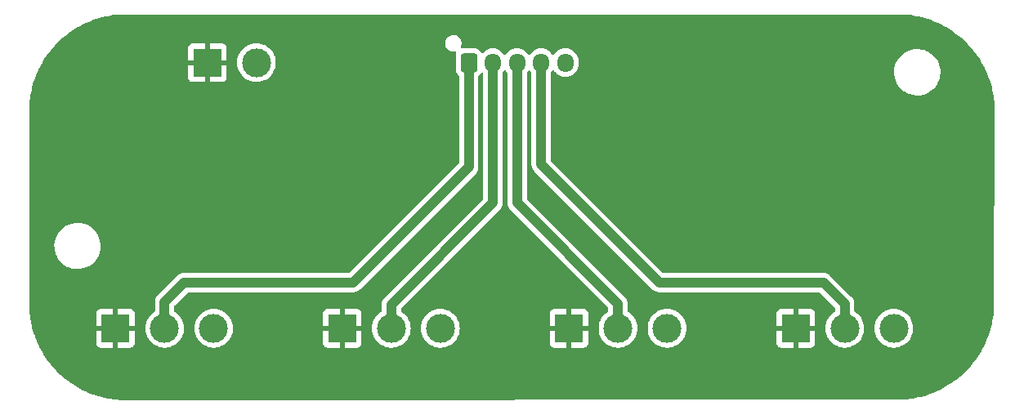
<source format=gbr>
%TF.GenerationSoftware,KiCad,Pcbnew,7.0.6+dfsg-1*%
%TF.CreationDate,2023-07-26T00:10:48-03:00*%
%TF.ProjectId,PWM_breakout_board,50574d5f-6272-4656-916b-6f75745f626f,rev?*%
%TF.SameCoordinates,Original*%
%TF.FileFunction,Copper,L2,Bot*%
%TF.FilePolarity,Positive*%
%FSLAX46Y46*%
G04 Gerber Fmt 4.6, Leading zero omitted, Abs format (unit mm)*
G04 Created by KiCad (PCBNEW 7.0.6+dfsg-1) date 2023-07-26 00:10:48*
%MOMM*%
%LPD*%
G01*
G04 APERTURE LIST*
G04 Aperture macros list*
%AMRoundRect*
0 Rectangle with rounded corners*
0 $1 Rounding radius*
0 $2 $3 $4 $5 $6 $7 $8 $9 X,Y pos of 4 corners*
0 Add a 4 corners polygon primitive as box body*
4,1,4,$2,$3,$4,$5,$6,$7,$8,$9,$2,$3,0*
0 Add four circle primitives for the rounded corners*
1,1,$1+$1,$2,$3*
1,1,$1+$1,$4,$5*
1,1,$1+$1,$6,$7*
1,1,$1+$1,$8,$9*
0 Add four rect primitives between the rounded corners*
20,1,$1+$1,$2,$3,$4,$5,0*
20,1,$1+$1,$4,$5,$6,$7,0*
20,1,$1+$1,$6,$7,$8,$9,0*
20,1,$1+$1,$8,$9,$2,$3,0*%
G04 Aperture macros list end*
%TA.AperFunction,ComponentPad*%
%ADD10R,3.000000X3.000000*%
%TD*%
%TA.AperFunction,ComponentPad*%
%ADD11C,3.000000*%
%TD*%
%TA.AperFunction,ComponentPad*%
%ADD12RoundRect,0.250000X-0.600000X-0.725000X0.600000X-0.725000X0.600000X0.725000X-0.600000X0.725000X0*%
%TD*%
%TA.AperFunction,ComponentPad*%
%ADD13O,1.700000X1.950000*%
%TD*%
%TA.AperFunction,Conductor*%
%ADD14C,1.000000*%
%TD*%
G04 APERTURE END LIST*
D10*
%TO.P,J5,1,Pin_1*%
%TO.N,VCC*%
X135920000Y-102542642D03*
D11*
%TO.P,J5,2,Pin_2*%
%TO.N,SIG3*%
X141000000Y-102542642D03*
%TO.P,J5,3,Pin_3*%
%TO.N,GND*%
X146080000Y-102542642D03*
%TD*%
D10*
%TO.P,J4,1,Pin_1*%
%TO.N,VCC*%
X112434214Y-102542642D03*
D11*
%TO.P,J4,2,Pin_2*%
%TO.N,SIG2*%
X117514214Y-102542642D03*
%TO.P,J4,3,Pin_3*%
%TO.N,GND*%
X122594214Y-102542642D03*
%TD*%
D10*
%TO.P,J6,1,Pin_1*%
%TO.N,VCC*%
X159405786Y-102542642D03*
D11*
%TO.P,J6,2,Pin_2*%
%TO.N,SIG4*%
X164485786Y-102542642D03*
%TO.P,J6,3,Pin_3*%
%TO.N,GND*%
X169565786Y-102542642D03*
%TD*%
D10*
%TO.P,J3,1,Pin_1*%
%TO.N,VCC*%
X88948428Y-102542642D03*
D11*
%TO.P,J3,2,Pin_2*%
%TO.N,SIG1*%
X94028428Y-102542642D03*
%TO.P,J3,3,Pin_3*%
%TO.N,GND*%
X99108428Y-102542642D03*
%TD*%
D12*
%TO.P,J2,1,Pin_1*%
%TO.N,SIG1*%
X125542642Y-75000000D03*
D13*
%TO.P,J2,2,Pin_2*%
%TO.N,SIG2*%
X128042642Y-75000000D03*
%TO.P,J2,3,Pin_3*%
%TO.N,SIG3*%
X130542642Y-75000000D03*
%TO.P,J2,4,Pin_4*%
%TO.N,SIG4*%
X133042642Y-75000000D03*
%TO.P,J2,5,Pin_5*%
%TO.N,GND*%
X135542642Y-75000000D03*
%TD*%
D10*
%TO.P,J1,1,Pin_1*%
%TO.N,VCC*%
X98460000Y-75000000D03*
D11*
%TO.P,J1,2,Pin_2*%
%TO.N,GND*%
X103540000Y-75000000D03*
%TD*%
D14*
%TO.N,SIG1*%
X125542642Y-75000000D02*
X125542642Y-85792642D01*
X113542642Y-97792642D02*
X96042642Y-97792642D01*
X96042642Y-97792642D02*
X94028428Y-99806856D01*
X125542642Y-85792642D02*
X113542642Y-97792642D01*
X94028428Y-99806856D02*
X94028428Y-102542642D01*
%TO.N,SIG2*%
X117514214Y-100071070D02*
X117514214Y-102542642D01*
X128042642Y-89542642D02*
X117514214Y-100071070D01*
X128042642Y-75000000D02*
X128042642Y-89542642D01*
%TO.N,SIG3*%
X130542642Y-89542642D02*
X141000000Y-100000000D01*
X141000000Y-100000000D02*
X141000000Y-102542642D01*
X130542642Y-75000000D02*
X130542642Y-89542642D01*
%TO.N,SIG4*%
X162292642Y-97792642D02*
X164485786Y-99985786D01*
X133042642Y-85542642D02*
X145292642Y-97792642D01*
X145292642Y-97792642D02*
X162292642Y-97792642D01*
X164485786Y-99985786D02*
X164485786Y-102542642D01*
X133042642Y-75000000D02*
X133042642Y-85542642D01*
%TD*%
%TA.AperFunction,Conductor*%
%TO.N,VCC*%
G36*
X170468692Y-70013590D02*
G01*
X170640785Y-70018990D01*
X170644409Y-70019211D01*
X171002624Y-70051763D01*
X171254232Y-70075548D01*
X171257664Y-70075971D01*
X171595778Y-70127433D01*
X171863034Y-70169764D01*
X171866226Y-70170359D01*
X172193245Y-70240559D01*
X172464793Y-70301258D01*
X172467833Y-70302021D01*
X172786157Y-70390761D01*
X173057275Y-70469529D01*
X173060187Y-70470455D01*
X173125025Y-70492829D01*
X173370159Y-70577420D01*
X173638306Y-70673959D01*
X173640938Y-70674977D01*
X173942461Y-70799873D01*
X174206809Y-70914267D01*
X174500425Y-71057230D01*
X174758150Y-71188549D01*
X175041873Y-71348570D01*
X175291483Y-71496191D01*
X175564521Y-71672723D01*
X175804878Y-71836071D01*
X175887166Y-71896620D01*
X176066392Y-72028497D01*
X176296340Y-72206864D01*
X176430809Y-72318930D01*
X176545551Y-72414556D01*
X176763992Y-72607138D01*
X177000131Y-72829426D01*
X177124390Y-72953685D01*
X177206083Y-73035378D01*
X177243972Y-73075628D01*
X177428381Y-73271530D01*
X177620961Y-73489969D01*
X177704481Y-73590186D01*
X177810251Y-73717101D01*
X177828663Y-73739193D01*
X177956573Y-73904094D01*
X178007009Y-73969116D01*
X178152497Y-74166839D01*
X178199447Y-74230646D01*
X178362797Y-74471009D01*
X178539326Y-74744043D01*
X178686938Y-74993641D01*
X178738445Y-75084966D01*
X178846979Y-75277403D01*
X178978273Y-75535084D01*
X179121237Y-75828702D01*
X179235657Y-76093113D01*
X179360510Y-76394536D01*
X179361564Y-76397261D01*
X179458086Y-76665360D01*
X179565057Y-76975353D01*
X179565987Y-76978281D01*
X179644744Y-77249365D01*
X179733476Y-77567665D01*
X179734260Y-77570789D01*
X179794935Y-77842227D01*
X179865137Y-78169265D01*
X179865755Y-78172579D01*
X179908083Y-78439831D01*
X179959525Y-78777827D01*
X179959956Y-78781322D01*
X179983766Y-79033200D01*
X180016288Y-79391098D01*
X180016512Y-79394762D01*
X180021672Y-79558925D01*
X180035030Y-80001008D01*
X179964150Y-99877326D01*
X179963966Y-99877944D01*
X179963966Y-99928932D01*
X179951536Y-100340270D01*
X179945421Y-100534793D01*
X179945197Y-100538456D01*
X179913660Y-100885505D01*
X179888822Y-101148261D01*
X179888391Y-101151756D01*
X179837994Y-101482888D01*
X179794572Y-101757044D01*
X179793954Y-101760358D01*
X179724848Y-102082286D01*
X179663029Y-102358848D01*
X179662245Y-102361972D01*
X179574655Y-102676176D01*
X179494698Y-102951390D01*
X179493768Y-102954317D01*
X179387970Y-103260909D01*
X179290227Y-103532398D01*
X179289173Y-103535123D01*
X179165527Y-103833632D01*
X179049828Y-104100999D01*
X178908161Y-104391954D01*
X178775492Y-104652333D01*
X178616830Y-104933647D01*
X178467758Y-105185714D01*
X178292665Y-105456527D01*
X178127804Y-105699114D01*
X177936861Y-105958613D01*
X177756928Y-106190578D01*
X177550791Y-106437926D01*
X177356540Y-106658260D01*
X177135908Y-106892641D01*
X176928174Y-107100375D01*
X176693793Y-107321007D01*
X176473459Y-107515258D01*
X176226107Y-107721400D01*
X175994162Y-107901314D01*
X175734626Y-108092285D01*
X175492095Y-108257109D01*
X175221233Y-108432235D01*
X174969202Y-108581286D01*
X174687855Y-108739966D01*
X174427516Y-108872615D01*
X174136523Y-109014301D01*
X173869160Y-109129999D01*
X173570678Y-109253634D01*
X173567953Y-109254688D01*
X173296415Y-109352449D01*
X172989851Y-109458237D01*
X172986924Y-109459167D01*
X172711710Y-109539124D01*
X172397509Y-109626713D01*
X172394385Y-109627497D01*
X172117867Y-109689307D01*
X171795882Y-109758425D01*
X171792568Y-109759043D01*
X171518421Y-109802464D01*
X171187307Y-109852858D01*
X171183813Y-109853289D01*
X170920896Y-109878143D01*
X170573992Y-109909667D01*
X170570328Y-109909891D01*
X170374914Y-109916032D01*
X169966439Y-109928375D01*
X169965719Y-109928187D01*
X169964021Y-109928432D01*
X169963966Y-109928432D01*
X89999997Y-109999499D01*
X89586257Y-109986997D01*
X89394204Y-109980961D01*
X89390540Y-109980737D01*
X89042332Y-109949095D01*
X88780734Y-109924366D01*
X88777239Y-109923935D01*
X88445318Y-109873418D01*
X88171969Y-109830124D01*
X88168655Y-109829506D01*
X87846137Y-109760274D01*
X87570155Y-109698584D01*
X87567031Y-109697800D01*
X87252387Y-109610087D01*
X87195834Y-109593657D01*
X86977619Y-109530259D01*
X86974692Y-109529329D01*
X86667763Y-109423415D01*
X86396599Y-109325790D01*
X86393874Y-109324736D01*
X86095077Y-109200971D01*
X85828014Y-109085402D01*
X85536771Y-108943595D01*
X85276684Y-108811075D01*
X84995111Y-108652267D01*
X84743308Y-108503351D01*
X84472231Y-108328086D01*
X84331588Y-108232505D01*
X84229926Y-108163416D01*
X83970180Y-107972292D01*
X83738445Y-107792539D01*
X83490889Y-107586227D01*
X83270767Y-107392163D01*
X83036189Y-107171346D01*
X82828653Y-106963810D01*
X82607836Y-106729232D01*
X82413772Y-106509110D01*
X82406630Y-106500541D01*
X82207452Y-106261545D01*
X82027702Y-106029812D01*
X81836583Y-105770073D01*
X81788359Y-105699114D01*
X81671923Y-105527784D01*
X81496643Y-105256684D01*
X81454672Y-105185714D01*
X81347740Y-105004901D01*
X81188920Y-104723307D01*
X81056404Y-104463228D01*
X80914597Y-104171985D01*
X80879329Y-104090486D01*
X86948428Y-104090486D01*
X86954829Y-104150014D01*
X86954831Y-104150021D01*
X87005073Y-104284728D01*
X87005077Y-104284735D01*
X87091237Y-104399829D01*
X87091240Y-104399832D01*
X87206334Y-104485992D01*
X87206341Y-104485996D01*
X87341048Y-104536238D01*
X87341055Y-104536240D01*
X87400583Y-104542641D01*
X87400600Y-104542642D01*
X88698428Y-104542642D01*
X88698428Y-103264444D01*
X88859597Y-103302642D01*
X88992695Y-103302642D01*
X89124889Y-103287191D01*
X89198428Y-103260424D01*
X89198428Y-104542642D01*
X90496256Y-104542642D01*
X90496272Y-104542641D01*
X90555800Y-104536240D01*
X90555807Y-104536238D01*
X90690514Y-104485996D01*
X90690521Y-104485992D01*
X90805615Y-104399832D01*
X90805618Y-104399829D01*
X90891778Y-104284735D01*
X90891782Y-104284728D01*
X90942024Y-104150021D01*
X90942026Y-104150014D01*
X90948427Y-104090486D01*
X90948428Y-104090469D01*
X90948428Y-102792642D01*
X89666911Y-102792642D01*
X89701977Y-102675513D01*
X89709716Y-102542643D01*
X92022818Y-102542643D01*
X92043232Y-102828075D01*
X92104056Y-103107679D01*
X92104058Y-103107685D01*
X92104059Y-103107688D01*
X92176773Y-103302642D01*
X92204063Y-103375808D01*
X92341198Y-103626951D01*
X92341203Y-103626959D01*
X92512682Y-103856029D01*
X92512698Y-103856047D01*
X92715022Y-104058371D01*
X92715040Y-104058387D01*
X92944110Y-104229866D01*
X92944118Y-104229871D01*
X93195261Y-104367006D01*
X93195260Y-104367006D01*
X93195264Y-104367007D01*
X93195267Y-104367009D01*
X93463382Y-104467011D01*
X93463388Y-104467012D01*
X93463390Y-104467013D01*
X93742994Y-104527837D01*
X93742996Y-104527837D01*
X93743000Y-104527838D01*
X93996648Y-104545979D01*
X94028427Y-104548252D01*
X94028428Y-104548252D01*
X94028429Y-104548252D01*
X94057023Y-104546206D01*
X94313856Y-104527838D01*
X94593474Y-104467011D01*
X94861589Y-104367009D01*
X95112743Y-104229868D01*
X95341823Y-104058381D01*
X95544167Y-103856037D01*
X95715654Y-103626957D01*
X95852795Y-103375803D01*
X95952797Y-103107688D01*
X95986161Y-102954317D01*
X96013623Y-102828075D01*
X96013623Y-102828074D01*
X96013624Y-102828070D01*
X96034038Y-102542643D01*
X97102818Y-102542643D01*
X97123232Y-102828075D01*
X97184056Y-103107679D01*
X97184058Y-103107685D01*
X97184059Y-103107688D01*
X97256773Y-103302642D01*
X97284063Y-103375808D01*
X97421198Y-103626951D01*
X97421203Y-103626959D01*
X97592682Y-103856029D01*
X97592698Y-103856047D01*
X97795022Y-104058371D01*
X97795040Y-104058387D01*
X98024110Y-104229866D01*
X98024118Y-104229871D01*
X98275261Y-104367006D01*
X98275260Y-104367006D01*
X98275264Y-104367007D01*
X98275267Y-104367009D01*
X98543382Y-104467011D01*
X98543388Y-104467012D01*
X98543390Y-104467013D01*
X98822994Y-104527837D01*
X98822996Y-104527837D01*
X98823000Y-104527838D01*
X99076648Y-104545979D01*
X99108427Y-104548252D01*
X99108428Y-104548252D01*
X99108429Y-104548252D01*
X99137023Y-104546206D01*
X99393856Y-104527838D01*
X99673474Y-104467011D01*
X99941589Y-104367009D01*
X100192743Y-104229868D01*
X100378936Y-104090486D01*
X110434214Y-104090486D01*
X110440615Y-104150014D01*
X110440617Y-104150021D01*
X110490859Y-104284728D01*
X110490863Y-104284735D01*
X110577023Y-104399829D01*
X110577026Y-104399832D01*
X110692120Y-104485992D01*
X110692127Y-104485996D01*
X110826834Y-104536238D01*
X110826841Y-104536240D01*
X110886369Y-104542641D01*
X110886386Y-104542642D01*
X112184214Y-104542642D01*
X112184214Y-103264444D01*
X112345383Y-103302642D01*
X112478481Y-103302642D01*
X112610675Y-103287191D01*
X112684214Y-103260424D01*
X112684214Y-104542642D01*
X113982042Y-104542642D01*
X113982058Y-104542641D01*
X114041586Y-104536240D01*
X114041593Y-104536238D01*
X114176300Y-104485996D01*
X114176307Y-104485992D01*
X114291401Y-104399832D01*
X114291404Y-104399829D01*
X114377564Y-104284735D01*
X114377568Y-104284728D01*
X114427810Y-104150021D01*
X114427812Y-104150014D01*
X114434213Y-104090486D01*
X114434214Y-104090469D01*
X114434214Y-102792642D01*
X113152697Y-102792642D01*
X113187763Y-102675513D01*
X113198093Y-102498151D01*
X113167243Y-102323188D01*
X113154067Y-102292642D01*
X114434213Y-102292642D01*
X114434214Y-100994814D01*
X114434213Y-100994797D01*
X114427812Y-100935269D01*
X114427810Y-100935262D01*
X114377568Y-100800555D01*
X114377564Y-100800548D01*
X114291404Y-100685454D01*
X114291401Y-100685451D01*
X114176307Y-100599291D01*
X114176300Y-100599287D01*
X114041593Y-100549045D01*
X114041586Y-100549043D01*
X113982058Y-100542642D01*
X112684214Y-100542642D01*
X112684214Y-101820839D01*
X112523045Y-101782642D01*
X112389947Y-101782642D01*
X112257753Y-101798093D01*
X112184214Y-101824859D01*
X112184214Y-100542642D01*
X110886369Y-100542642D01*
X110826841Y-100549043D01*
X110826834Y-100549045D01*
X110692127Y-100599287D01*
X110692120Y-100599291D01*
X110577026Y-100685451D01*
X110577023Y-100685454D01*
X110490863Y-100800548D01*
X110490859Y-100800555D01*
X110440617Y-100935262D01*
X110440615Y-100935269D01*
X110434214Y-100994797D01*
X110434214Y-102292642D01*
X111715731Y-102292642D01*
X111680665Y-102409771D01*
X111670335Y-102587133D01*
X111701185Y-102762096D01*
X111714361Y-102792642D01*
X110434214Y-102792642D01*
X110434214Y-104090486D01*
X100378936Y-104090486D01*
X100421823Y-104058381D01*
X100624167Y-103856037D01*
X100795654Y-103626957D01*
X100932795Y-103375803D01*
X101032797Y-103107688D01*
X101066161Y-102954317D01*
X101093623Y-102828075D01*
X101093623Y-102828074D01*
X101093624Y-102828070D01*
X101114038Y-102542642D01*
X101093624Y-102257214D01*
X101089786Y-102239572D01*
X101032799Y-101977604D01*
X101032798Y-101977602D01*
X101032797Y-101977596D01*
X100932795Y-101709481D01*
X100848202Y-101554562D01*
X100795657Y-101458332D01*
X100795652Y-101458324D01*
X100624173Y-101229254D01*
X100624157Y-101229236D01*
X100421833Y-101026912D01*
X100421815Y-101026896D01*
X100192745Y-100855417D01*
X100192737Y-100855412D01*
X99941594Y-100718277D01*
X99941595Y-100718277D01*
X99834342Y-100678274D01*
X99673474Y-100618273D01*
X99673471Y-100618272D01*
X99673465Y-100618270D01*
X99393861Y-100557446D01*
X99108429Y-100537032D01*
X99108427Y-100537032D01*
X98822994Y-100557446D01*
X98543390Y-100618270D01*
X98275261Y-100718277D01*
X98024118Y-100855412D01*
X98024110Y-100855417D01*
X97795040Y-101026896D01*
X97795022Y-101026912D01*
X97592698Y-101229236D01*
X97592682Y-101229254D01*
X97421203Y-101458324D01*
X97421198Y-101458332D01*
X97284063Y-101709475D01*
X97184056Y-101977604D01*
X97123232Y-102257208D01*
X97102818Y-102542640D01*
X97102818Y-102542643D01*
X96034038Y-102542643D01*
X96034038Y-102542642D01*
X96013624Y-102257214D01*
X96009786Y-102239572D01*
X95952799Y-101977604D01*
X95952798Y-101977602D01*
X95952797Y-101977596D01*
X95852795Y-101709481D01*
X95768202Y-101554562D01*
X95715657Y-101458332D01*
X95715652Y-101458324D01*
X95544173Y-101229254D01*
X95544157Y-101229236D01*
X95341833Y-101026912D01*
X95341815Y-101026896D01*
X95112745Y-100855417D01*
X95112737Y-100855412D01*
X95093499Y-100844907D01*
X95044095Y-100795501D01*
X95028928Y-100736076D01*
X95028928Y-100532687D01*
X95028928Y-100272635D01*
X95048611Y-100205600D01*
X95065241Y-100184963D01*
X96420744Y-98829460D01*
X96482067Y-98795976D01*
X96508425Y-98793142D01*
X113529926Y-98793142D01*
X113619000Y-98795399D01*
X113619000Y-98795398D01*
X113619005Y-98795399D01*
X113679395Y-98784574D01*
X113684054Y-98783922D01*
X113726249Y-98779630D01*
X113745080Y-98777716D01*
X113777869Y-98767428D01*
X113785482Y-98765560D01*
X113819295Y-98759500D01*
X113876263Y-98736743D01*
X113880695Y-98735166D01*
X113939230Y-98716801D01*
X113969269Y-98700126D01*
X113976350Y-98696764D01*
X114008259Y-98684019D01*
X114059496Y-98650250D01*
X114063493Y-98647829D01*
X114117144Y-98618051D01*
X114143210Y-98595672D01*
X114149485Y-98590942D01*
X114149787Y-98590743D01*
X114178161Y-98572044D01*
X114221559Y-98528644D01*
X114224978Y-98525476D01*
X114271537Y-98485508D01*
X114292573Y-98458330D01*
X114297743Y-98452460D01*
X126241129Y-86509075D01*
X126305695Y-86447701D01*
X126340754Y-86397328D01*
X126343567Y-86393599D01*
X126382340Y-86346049D01*
X126398249Y-86315590D01*
X126402309Y-86308890D01*
X126421937Y-86280691D01*
X126446134Y-86224302D01*
X126448140Y-86220077D01*
X126476551Y-86165691D01*
X126486002Y-86132657D01*
X126488633Y-86125270D01*
X126502182Y-86093700D01*
X126514535Y-86033582D01*
X126515648Y-86029054D01*
X126532529Y-85970060D01*
X126535137Y-85935797D01*
X126536229Y-85928018D01*
X126543142Y-85894383D01*
X126543142Y-85833017D01*
X126543318Y-85828363D01*
X126547979Y-85767165D01*
X126545167Y-85745086D01*
X126543639Y-85733083D01*
X126543142Y-85725244D01*
X126543142Y-85076859D01*
X126543142Y-76428953D01*
X126562826Y-76361918D01*
X126602049Y-76323416D01*
X126611298Y-76317712D01*
X126735354Y-76193656D01*
X126812605Y-76068411D01*
X126864549Y-76021689D01*
X126933511Y-76010466D01*
X126997594Y-76038309D01*
X127036451Y-76096377D01*
X127042141Y-76133510D01*
X127042141Y-89076859D01*
X127022456Y-89143898D01*
X127005822Y-89164540D01*
X116815746Y-99354616D01*
X116751160Y-99416012D01*
X116716113Y-99466364D01*
X116713276Y-99470126D01*
X116674516Y-99517662D01*
X116674513Y-99517667D01*
X116658606Y-99548117D01*
X116654538Y-99554831D01*
X116634916Y-99583024D01*
X116610723Y-99639400D01*
X116608702Y-99643654D01*
X116580305Y-99698021D01*
X116580304Y-99698022D01*
X116570854Y-99731045D01*
X116568221Y-99738441D01*
X116554673Y-99770013D01*
X116542327Y-99830089D01*
X116541204Y-99834665D01*
X116524327Y-99893647D01*
X116524327Y-99893649D01*
X116521717Y-99927911D01*
X116520628Y-99935678D01*
X116515194Y-99962122D01*
X116513714Y-99969328D01*
X116513714Y-100030667D01*
X116513535Y-100035376D01*
X116508876Y-100096543D01*
X116513216Y-100130619D01*
X116513713Y-100138459D01*
X116513713Y-100736077D01*
X116494028Y-100803116D01*
X116449142Y-100844908D01*
X116429897Y-100855416D01*
X116200826Y-101026896D01*
X116200808Y-101026912D01*
X115998484Y-101229236D01*
X115998468Y-101229254D01*
X115826989Y-101458324D01*
X115826984Y-101458332D01*
X115689849Y-101709475D01*
X115589842Y-101977604D01*
X115529018Y-102257208D01*
X115508604Y-102542640D01*
X115508604Y-102542643D01*
X115529018Y-102828075D01*
X115589842Y-103107679D01*
X115589844Y-103107685D01*
X115589845Y-103107688D01*
X115662559Y-103302642D01*
X115689849Y-103375808D01*
X115826984Y-103626951D01*
X115826989Y-103626959D01*
X115998468Y-103856029D01*
X115998484Y-103856047D01*
X116200808Y-104058371D01*
X116200826Y-104058387D01*
X116429896Y-104229866D01*
X116429904Y-104229871D01*
X116681047Y-104367006D01*
X116681046Y-104367006D01*
X116681050Y-104367007D01*
X116681053Y-104367009D01*
X116949168Y-104467011D01*
X116949174Y-104467012D01*
X116949176Y-104467013D01*
X117228780Y-104527837D01*
X117228782Y-104527837D01*
X117228786Y-104527838D01*
X117482434Y-104545979D01*
X117514213Y-104548252D01*
X117514214Y-104548252D01*
X117514215Y-104548252D01*
X117542809Y-104546206D01*
X117799642Y-104527838D01*
X118079260Y-104467011D01*
X118347375Y-104367009D01*
X118598529Y-104229868D01*
X118827609Y-104058381D01*
X119029953Y-103856037D01*
X119201440Y-103626957D01*
X119338581Y-103375803D01*
X119438583Y-103107688D01*
X119471947Y-102954317D01*
X119499409Y-102828075D01*
X119499409Y-102828074D01*
X119499410Y-102828070D01*
X119519824Y-102542643D01*
X120588604Y-102542643D01*
X120609018Y-102828075D01*
X120669842Y-103107679D01*
X120669844Y-103107685D01*
X120669845Y-103107688D01*
X120742559Y-103302642D01*
X120769849Y-103375808D01*
X120906984Y-103626951D01*
X120906989Y-103626959D01*
X121078468Y-103856029D01*
X121078484Y-103856047D01*
X121280808Y-104058371D01*
X121280826Y-104058387D01*
X121509896Y-104229866D01*
X121509904Y-104229871D01*
X121761047Y-104367006D01*
X121761046Y-104367006D01*
X121761050Y-104367007D01*
X121761053Y-104367009D01*
X122029168Y-104467011D01*
X122029174Y-104467012D01*
X122029176Y-104467013D01*
X122308780Y-104527837D01*
X122308782Y-104527837D01*
X122308786Y-104527838D01*
X122562434Y-104545979D01*
X122594213Y-104548252D01*
X122594214Y-104548252D01*
X122594215Y-104548252D01*
X122622809Y-104546206D01*
X122879642Y-104527838D01*
X123159260Y-104467011D01*
X123427375Y-104367009D01*
X123678529Y-104229868D01*
X123864722Y-104090486D01*
X133920000Y-104090486D01*
X133926401Y-104150014D01*
X133926403Y-104150021D01*
X133976645Y-104284728D01*
X133976649Y-104284735D01*
X134062809Y-104399829D01*
X134062812Y-104399832D01*
X134177906Y-104485992D01*
X134177913Y-104485996D01*
X134312620Y-104536238D01*
X134312627Y-104536240D01*
X134372155Y-104542641D01*
X134372172Y-104542642D01*
X135670000Y-104542642D01*
X135670000Y-103264444D01*
X135831169Y-103302642D01*
X135964267Y-103302642D01*
X136096461Y-103287191D01*
X136170000Y-103260424D01*
X136170000Y-104542642D01*
X137467828Y-104542642D01*
X137467844Y-104542641D01*
X137527372Y-104536240D01*
X137527379Y-104536238D01*
X137662086Y-104485996D01*
X137662093Y-104485992D01*
X137777187Y-104399832D01*
X137777190Y-104399829D01*
X137863350Y-104284735D01*
X137863354Y-104284728D01*
X137913596Y-104150021D01*
X137913598Y-104150014D01*
X137919999Y-104090486D01*
X137920000Y-104090469D01*
X137920000Y-102792642D01*
X136638483Y-102792642D01*
X136673549Y-102675513D01*
X136683879Y-102498151D01*
X136653029Y-102323188D01*
X136639853Y-102292642D01*
X137920000Y-102292642D01*
X137920000Y-100994814D01*
X137919999Y-100994797D01*
X137913598Y-100935269D01*
X137913596Y-100935262D01*
X137863354Y-100800555D01*
X137863350Y-100800548D01*
X137777190Y-100685454D01*
X137777187Y-100685451D01*
X137662093Y-100599291D01*
X137662086Y-100599287D01*
X137527379Y-100549045D01*
X137527372Y-100549043D01*
X137467844Y-100542642D01*
X136170000Y-100542642D01*
X136170000Y-101820839D01*
X136008831Y-101782642D01*
X135875733Y-101782642D01*
X135743539Y-101798093D01*
X135670000Y-101824859D01*
X135670000Y-100542642D01*
X134372155Y-100542642D01*
X134312627Y-100549043D01*
X134312620Y-100549045D01*
X134177913Y-100599287D01*
X134177906Y-100599291D01*
X134062812Y-100685451D01*
X134062809Y-100685454D01*
X133976649Y-100800548D01*
X133976645Y-100800555D01*
X133926403Y-100935262D01*
X133926401Y-100935269D01*
X133920000Y-100994797D01*
X133920000Y-102292642D01*
X135201517Y-102292642D01*
X135166451Y-102409771D01*
X135156121Y-102587133D01*
X135186971Y-102762096D01*
X135200147Y-102792642D01*
X133920000Y-102792642D01*
X133920000Y-104090486D01*
X123864722Y-104090486D01*
X123907609Y-104058381D01*
X124109953Y-103856037D01*
X124281440Y-103626957D01*
X124418581Y-103375803D01*
X124518583Y-103107688D01*
X124551947Y-102954317D01*
X124579409Y-102828075D01*
X124579409Y-102828074D01*
X124579410Y-102828070D01*
X124599824Y-102542642D01*
X124579410Y-102257214D01*
X124575572Y-102239572D01*
X124518585Y-101977604D01*
X124518584Y-101977602D01*
X124518583Y-101977596D01*
X124418581Y-101709481D01*
X124333988Y-101554562D01*
X124281443Y-101458332D01*
X124281438Y-101458324D01*
X124109959Y-101229254D01*
X124109943Y-101229236D01*
X123907619Y-101026912D01*
X123907601Y-101026896D01*
X123678531Y-100855417D01*
X123678523Y-100855412D01*
X123427380Y-100718277D01*
X123427381Y-100718277D01*
X123320129Y-100678274D01*
X123159260Y-100618273D01*
X123159257Y-100618272D01*
X123159251Y-100618270D01*
X122879647Y-100557446D01*
X122594215Y-100537032D01*
X122594213Y-100537032D01*
X122308780Y-100557446D01*
X122029176Y-100618270D01*
X121761047Y-100718277D01*
X121509904Y-100855412D01*
X121509896Y-100855417D01*
X121280826Y-101026896D01*
X121280808Y-101026912D01*
X121078484Y-101229236D01*
X121078468Y-101229254D01*
X120906989Y-101458324D01*
X120906984Y-101458332D01*
X120769849Y-101709475D01*
X120669842Y-101977604D01*
X120609018Y-102257208D01*
X120588604Y-102542640D01*
X120588604Y-102542643D01*
X119519824Y-102542643D01*
X119519824Y-102542642D01*
X119499410Y-102257214D01*
X119495572Y-102239572D01*
X119438585Y-101977604D01*
X119438584Y-101977602D01*
X119438583Y-101977596D01*
X119338581Y-101709481D01*
X119253988Y-101554562D01*
X119201443Y-101458332D01*
X119201438Y-101458324D01*
X119029959Y-101229254D01*
X119029943Y-101229236D01*
X118827619Y-101026912D01*
X118827601Y-101026896D01*
X118598531Y-100855417D01*
X118598523Y-100855412D01*
X118579285Y-100844907D01*
X118529881Y-100795501D01*
X118514714Y-100736076D01*
X118514714Y-100536852D01*
X118534399Y-100469813D01*
X118551028Y-100449176D01*
X128741129Y-90259075D01*
X128805695Y-90197701D01*
X128840754Y-90147328D01*
X128843567Y-90143599D01*
X128882340Y-90096049D01*
X128898249Y-90065590D01*
X128902309Y-90058890D01*
X128921937Y-90030691D01*
X128946134Y-89974302D01*
X128948140Y-89970077D01*
X128976551Y-89915691D01*
X128986002Y-89882657D01*
X128988633Y-89875270D01*
X129002182Y-89843700D01*
X129014535Y-89783582D01*
X129015648Y-89779054D01*
X129032529Y-89720060D01*
X129035137Y-89685797D01*
X129036229Y-89678018D01*
X129043142Y-89644383D01*
X129043142Y-89583017D01*
X129043318Y-89578363D01*
X129047979Y-89517165D01*
X129043637Y-89483081D01*
X129043141Y-89475247D01*
X129043141Y-85076859D01*
X129043141Y-76085754D01*
X129062826Y-76018719D01*
X129079472Y-75998065D01*
X129081137Y-75996401D01*
X129191071Y-75839398D01*
X129245642Y-75795778D01*
X129315140Y-75788584D01*
X129377495Y-75820106D01*
X129394216Y-75839403D01*
X129504146Y-75996400D01*
X129505815Y-75998069D01*
X129506317Y-75998989D01*
X129507628Y-76000551D01*
X129507314Y-76000814D01*
X129539306Y-76059389D01*
X129542142Y-76085758D01*
X129542142Y-89529925D01*
X129539885Y-89619004D01*
X129539885Y-89619012D01*
X129544433Y-89644382D01*
X129550461Y-89678018D01*
X129550706Y-89679381D01*
X129551360Y-89684046D01*
X129557567Y-89745072D01*
X129557569Y-89745086D01*
X129567850Y-89777855D01*
X129569721Y-89785479D01*
X129575784Y-89819294D01*
X129575784Y-89819297D01*
X129598536Y-89876254D01*
X129600116Y-89880693D01*
X129618483Y-89939230D01*
X129618486Y-89939237D01*
X129635151Y-89969261D01*
X129638521Y-89976356D01*
X129651264Y-90008256D01*
X129651269Y-90008266D01*
X129685019Y-90059475D01*
X129687460Y-90063505D01*
X129717230Y-90117140D01*
X129717231Y-90117141D01*
X129717233Y-90117144D01*
X129739610Y-90143209D01*
X129744335Y-90149477D01*
X129756905Y-90168548D01*
X129763240Y-90178161D01*
X129806620Y-90221541D01*
X129809811Y-90224985D01*
X129849773Y-90271534D01*
X129849776Y-90271537D01*
X129876936Y-90292560D01*
X129882832Y-90297753D01*
X139963181Y-100378102D01*
X139996666Y-100439425D01*
X139999500Y-100465783D01*
X139999500Y-100736076D01*
X139979815Y-100803115D01*
X139934929Y-100844907D01*
X139915690Y-100855412D01*
X139915682Y-100855417D01*
X139686612Y-101026896D01*
X139686594Y-101026912D01*
X139484270Y-101229236D01*
X139484254Y-101229254D01*
X139312775Y-101458324D01*
X139312770Y-101458332D01*
X139175635Y-101709475D01*
X139075628Y-101977604D01*
X139014804Y-102257208D01*
X138994390Y-102542640D01*
X138994390Y-102542643D01*
X139014804Y-102828075D01*
X139075628Y-103107679D01*
X139075630Y-103107685D01*
X139075631Y-103107688D01*
X139148345Y-103302642D01*
X139175635Y-103375808D01*
X139312770Y-103626951D01*
X139312775Y-103626959D01*
X139484254Y-103856029D01*
X139484270Y-103856047D01*
X139686594Y-104058371D01*
X139686612Y-104058387D01*
X139915682Y-104229866D01*
X139915690Y-104229871D01*
X140166833Y-104367006D01*
X140166832Y-104367006D01*
X140166836Y-104367007D01*
X140166839Y-104367009D01*
X140434954Y-104467011D01*
X140434960Y-104467012D01*
X140434962Y-104467013D01*
X140714566Y-104527837D01*
X140714568Y-104527837D01*
X140714572Y-104527838D01*
X140968220Y-104545979D01*
X140999999Y-104548252D01*
X141000000Y-104548252D01*
X141000001Y-104548252D01*
X141028595Y-104546206D01*
X141285428Y-104527838D01*
X141565046Y-104467011D01*
X141833161Y-104367009D01*
X142084315Y-104229868D01*
X142313395Y-104058381D01*
X142515739Y-103856037D01*
X142687226Y-103626957D01*
X142824367Y-103375803D01*
X142924369Y-103107688D01*
X142957733Y-102954317D01*
X142985195Y-102828075D01*
X142985195Y-102828074D01*
X142985196Y-102828070D01*
X143005610Y-102542643D01*
X144074390Y-102542643D01*
X144094804Y-102828075D01*
X144155628Y-103107679D01*
X144155630Y-103107685D01*
X144155631Y-103107688D01*
X144228345Y-103302642D01*
X144255635Y-103375808D01*
X144392770Y-103626951D01*
X144392775Y-103626959D01*
X144564254Y-103856029D01*
X144564270Y-103856047D01*
X144766594Y-104058371D01*
X144766612Y-104058387D01*
X144995682Y-104229866D01*
X144995690Y-104229871D01*
X145246833Y-104367006D01*
X145246832Y-104367006D01*
X145246836Y-104367007D01*
X145246839Y-104367009D01*
X145514954Y-104467011D01*
X145514960Y-104467012D01*
X145514962Y-104467013D01*
X145794566Y-104527837D01*
X145794568Y-104527837D01*
X145794572Y-104527838D01*
X146048220Y-104545979D01*
X146079999Y-104548252D01*
X146080000Y-104548252D01*
X146080001Y-104548252D01*
X146108595Y-104546206D01*
X146365428Y-104527838D01*
X146645046Y-104467011D01*
X146913161Y-104367009D01*
X147164315Y-104229868D01*
X147350508Y-104090486D01*
X157405786Y-104090486D01*
X157412187Y-104150014D01*
X157412189Y-104150021D01*
X157462431Y-104284728D01*
X157462435Y-104284735D01*
X157548595Y-104399829D01*
X157548598Y-104399832D01*
X157663692Y-104485992D01*
X157663699Y-104485996D01*
X157798406Y-104536238D01*
X157798413Y-104536240D01*
X157857941Y-104542641D01*
X157857958Y-104542642D01*
X159155786Y-104542642D01*
X159155786Y-103264444D01*
X159316955Y-103302642D01*
X159450053Y-103302642D01*
X159582247Y-103287191D01*
X159655786Y-103260424D01*
X159655786Y-104542642D01*
X160953614Y-104542642D01*
X160953630Y-104542641D01*
X161013158Y-104536240D01*
X161013165Y-104536238D01*
X161147872Y-104485996D01*
X161147879Y-104485992D01*
X161262973Y-104399832D01*
X161262976Y-104399829D01*
X161349136Y-104284735D01*
X161349140Y-104284728D01*
X161399382Y-104150021D01*
X161399384Y-104150014D01*
X161405785Y-104090486D01*
X161405786Y-104090469D01*
X161405786Y-102792642D01*
X160124269Y-102792642D01*
X160159335Y-102675513D01*
X160169665Y-102498151D01*
X160138815Y-102323188D01*
X160125639Y-102292642D01*
X161405786Y-102292642D01*
X161405786Y-100994814D01*
X161405785Y-100994797D01*
X161399384Y-100935269D01*
X161399382Y-100935262D01*
X161349140Y-100800555D01*
X161349136Y-100800548D01*
X161262976Y-100685454D01*
X161262973Y-100685451D01*
X161147879Y-100599291D01*
X161147872Y-100599287D01*
X161013165Y-100549045D01*
X161013158Y-100549043D01*
X160953630Y-100542642D01*
X159655786Y-100542642D01*
X159655786Y-101820839D01*
X159494617Y-101782642D01*
X159361519Y-101782642D01*
X159229325Y-101798093D01*
X159155786Y-101824859D01*
X159155786Y-100542642D01*
X157857941Y-100542642D01*
X157798413Y-100549043D01*
X157798406Y-100549045D01*
X157663699Y-100599287D01*
X157663692Y-100599291D01*
X157548598Y-100685451D01*
X157548595Y-100685454D01*
X157462435Y-100800548D01*
X157462431Y-100800555D01*
X157412189Y-100935262D01*
X157412187Y-100935269D01*
X157405786Y-100994797D01*
X157405786Y-102292642D01*
X158687303Y-102292642D01*
X158652237Y-102409771D01*
X158641907Y-102587133D01*
X158672757Y-102762096D01*
X158685933Y-102792642D01*
X157405786Y-102792642D01*
X157405786Y-104090486D01*
X147350508Y-104090486D01*
X147393395Y-104058381D01*
X147595739Y-103856037D01*
X147767226Y-103626957D01*
X147904367Y-103375803D01*
X148004369Y-103107688D01*
X148037733Y-102954317D01*
X148065195Y-102828075D01*
X148065195Y-102828074D01*
X148065196Y-102828070D01*
X148085610Y-102542642D01*
X148065196Y-102257214D01*
X148061358Y-102239572D01*
X148004371Y-101977604D01*
X148004370Y-101977602D01*
X148004369Y-101977596D01*
X147904367Y-101709481D01*
X147819774Y-101554562D01*
X147767229Y-101458332D01*
X147767224Y-101458324D01*
X147595745Y-101229254D01*
X147595729Y-101229236D01*
X147393405Y-101026912D01*
X147393387Y-101026896D01*
X147164317Y-100855417D01*
X147164309Y-100855412D01*
X146913166Y-100718277D01*
X146913167Y-100718277D01*
X146805915Y-100678274D01*
X146645046Y-100618273D01*
X146645043Y-100618272D01*
X146645037Y-100618270D01*
X146365433Y-100557446D01*
X146080001Y-100537032D01*
X146079999Y-100537032D01*
X145794566Y-100557446D01*
X145514962Y-100618270D01*
X145246833Y-100718277D01*
X144995690Y-100855412D01*
X144995682Y-100855417D01*
X144766612Y-101026896D01*
X144766594Y-101026912D01*
X144564270Y-101229236D01*
X144564254Y-101229254D01*
X144392775Y-101458324D01*
X144392770Y-101458332D01*
X144255635Y-101709475D01*
X144155628Y-101977604D01*
X144094804Y-102257208D01*
X144074390Y-102542640D01*
X144074390Y-102542643D01*
X143005610Y-102542643D01*
X143005610Y-102542642D01*
X142985196Y-102257214D01*
X142981358Y-102239572D01*
X142924371Y-101977604D01*
X142924370Y-101977602D01*
X142924369Y-101977596D01*
X142824367Y-101709481D01*
X142739774Y-101554562D01*
X142687229Y-101458332D01*
X142687224Y-101458324D01*
X142515745Y-101229254D01*
X142515729Y-101229236D01*
X142313405Y-101026912D01*
X142313387Y-101026896D01*
X142084317Y-100855417D01*
X142084309Y-100855412D01*
X142065071Y-100844907D01*
X142015667Y-100795501D01*
X142000500Y-100736076D01*
X142000500Y-100012715D01*
X142002757Y-99923642D01*
X142002756Y-99923641D01*
X142002757Y-99923637D01*
X141991930Y-99863234D01*
X141991280Y-99858599D01*
X141985074Y-99797562D01*
X141974790Y-99764786D01*
X141972920Y-99757168D01*
X141966859Y-99723348D01*
X141966858Y-99723346D01*
X141966858Y-99723344D01*
X141944098Y-99666366D01*
X141942517Y-99661925D01*
X141932324Y-99629438D01*
X141924159Y-99603412D01*
X141907482Y-99573366D01*
X141904122Y-99566288D01*
X141903957Y-99565875D01*
X141891378Y-99534383D01*
X141891375Y-99534378D01*
X141891374Y-99534376D01*
X141872539Y-99505799D01*
X141857605Y-99483139D01*
X141855183Y-99479142D01*
X141825409Y-99425498D01*
X141803034Y-99399434D01*
X141798306Y-99393163D01*
X141779404Y-99364484D01*
X141779399Y-99364478D01*
X141757715Y-99342795D01*
X141736019Y-99321099D01*
X141732828Y-99317655D01*
X141720620Y-99303434D01*
X141692866Y-99271105D01*
X141674499Y-99256888D01*
X141665694Y-99250072D01*
X141659807Y-99244887D01*
X131579460Y-89164540D01*
X131545975Y-89103217D01*
X131543141Y-89076859D01*
X131543141Y-85076859D01*
X131543141Y-76085754D01*
X131562826Y-76018719D01*
X131579471Y-75998066D01*
X131581137Y-75996401D01*
X131691068Y-75839402D01*
X131745642Y-75795779D01*
X131815141Y-75788585D01*
X131877495Y-75820107D01*
X131894216Y-75839403D01*
X132004146Y-75996400D01*
X132004148Y-75996402D01*
X132005815Y-75998069D01*
X132006317Y-75998989D01*
X132007628Y-76000551D01*
X132007314Y-76000814D01*
X132039306Y-76059389D01*
X132042142Y-76085758D01*
X132042142Y-85529925D01*
X132039885Y-85619004D01*
X132039885Y-85619012D01*
X132050706Y-85679381D01*
X132051360Y-85684046D01*
X132057567Y-85745072D01*
X132057569Y-85745086D01*
X132067850Y-85777855D01*
X132069721Y-85785479D01*
X132075784Y-85819294D01*
X132075784Y-85819297D01*
X132098536Y-85876254D01*
X132100116Y-85880693D01*
X132118483Y-85939230D01*
X132118486Y-85939237D01*
X132135151Y-85969261D01*
X132138521Y-85976356D01*
X132151264Y-86008256D01*
X132151269Y-86008266D01*
X132185019Y-86059475D01*
X132187460Y-86063505D01*
X132217230Y-86117140D01*
X132217231Y-86117141D01*
X132217233Y-86117144D01*
X132239610Y-86143209D01*
X132244335Y-86149477D01*
X132256905Y-86168548D01*
X132263240Y-86178161D01*
X132306620Y-86221541D01*
X132309811Y-86224985D01*
X132349773Y-86271534D01*
X132349772Y-86271534D01*
X132376941Y-86292565D01*
X132382828Y-86297749D01*
X144576189Y-98491109D01*
X144637583Y-98555695D01*
X144637586Y-98555697D01*
X144637589Y-98555700D01*
X144671695Y-98579437D01*
X144687945Y-98590748D01*
X144691686Y-98593568D01*
X144739235Y-98632340D01*
X144769687Y-98648246D01*
X144776398Y-98652313D01*
X144804593Y-98671937D01*
X144860974Y-98696132D01*
X144865209Y-98698143D01*
X144919593Y-98726551D01*
X144952615Y-98735998D01*
X144960007Y-98738631D01*
X144991582Y-98752181D01*
X144991583Y-98752182D01*
X145004696Y-98754876D01*
X145051697Y-98764534D01*
X145056237Y-98765648D01*
X145115224Y-98782528D01*
X145149483Y-98785136D01*
X145157251Y-98786227D01*
X145190897Y-98793142D01*
X145190901Y-98793142D01*
X145252243Y-98793142D01*
X145256950Y-98793320D01*
X145284239Y-98795399D01*
X145318117Y-98797979D01*
X145318117Y-98797978D01*
X145318118Y-98797979D01*
X145352201Y-98793638D01*
X145360031Y-98793142D01*
X161826859Y-98793142D01*
X161893898Y-98812827D01*
X161914540Y-98829461D01*
X163448967Y-100363887D01*
X163482452Y-100425210D01*
X163485286Y-100451568D01*
X163485286Y-100736076D01*
X163465601Y-100803115D01*
X163420715Y-100844907D01*
X163401476Y-100855412D01*
X163401468Y-100855417D01*
X163172398Y-101026896D01*
X163172380Y-101026912D01*
X162970056Y-101229236D01*
X162970040Y-101229254D01*
X162798561Y-101458324D01*
X162798556Y-101458332D01*
X162661421Y-101709475D01*
X162561414Y-101977604D01*
X162500590Y-102257208D01*
X162480176Y-102542640D01*
X162480176Y-102542643D01*
X162500590Y-102828075D01*
X162561414Y-103107679D01*
X162561416Y-103107685D01*
X162561417Y-103107688D01*
X162634131Y-103302642D01*
X162661421Y-103375808D01*
X162798556Y-103626951D01*
X162798561Y-103626959D01*
X162970040Y-103856029D01*
X162970056Y-103856047D01*
X163172380Y-104058371D01*
X163172398Y-104058387D01*
X163401468Y-104229866D01*
X163401476Y-104229871D01*
X163652619Y-104367006D01*
X163652618Y-104367006D01*
X163652622Y-104367007D01*
X163652625Y-104367009D01*
X163920740Y-104467011D01*
X163920746Y-104467012D01*
X163920748Y-104467013D01*
X164200352Y-104527837D01*
X164200354Y-104527837D01*
X164200358Y-104527838D01*
X164454006Y-104545979D01*
X164485785Y-104548252D01*
X164485786Y-104548252D01*
X164485787Y-104548252D01*
X164514381Y-104546206D01*
X164771214Y-104527838D01*
X165050832Y-104467011D01*
X165318947Y-104367009D01*
X165570101Y-104229868D01*
X165799181Y-104058381D01*
X166001525Y-103856037D01*
X166173012Y-103626957D01*
X166310153Y-103375803D01*
X166410155Y-103107688D01*
X166443519Y-102954317D01*
X166470981Y-102828075D01*
X166470981Y-102828074D01*
X166470982Y-102828070D01*
X166491396Y-102542643D01*
X167560176Y-102542643D01*
X167580590Y-102828075D01*
X167641414Y-103107679D01*
X167641416Y-103107685D01*
X167641417Y-103107688D01*
X167714131Y-103302642D01*
X167741421Y-103375808D01*
X167878556Y-103626951D01*
X167878561Y-103626959D01*
X168050040Y-103856029D01*
X168050056Y-103856047D01*
X168252380Y-104058371D01*
X168252398Y-104058387D01*
X168481468Y-104229866D01*
X168481476Y-104229871D01*
X168732619Y-104367006D01*
X168732618Y-104367006D01*
X168732622Y-104367007D01*
X168732625Y-104367009D01*
X169000740Y-104467011D01*
X169000746Y-104467012D01*
X169000748Y-104467013D01*
X169280352Y-104527837D01*
X169280354Y-104527837D01*
X169280358Y-104527838D01*
X169534006Y-104545979D01*
X169565785Y-104548252D01*
X169565786Y-104548252D01*
X169565787Y-104548252D01*
X169594381Y-104546206D01*
X169851214Y-104527838D01*
X170130832Y-104467011D01*
X170398947Y-104367009D01*
X170650101Y-104229868D01*
X170879181Y-104058381D01*
X171081525Y-103856037D01*
X171253012Y-103626957D01*
X171390153Y-103375803D01*
X171490155Y-103107688D01*
X171523519Y-102954317D01*
X171550981Y-102828075D01*
X171550981Y-102828074D01*
X171550982Y-102828070D01*
X171571396Y-102542642D01*
X171550982Y-102257214D01*
X171547144Y-102239572D01*
X171490157Y-101977604D01*
X171490156Y-101977602D01*
X171490155Y-101977596D01*
X171390153Y-101709481D01*
X171305560Y-101554562D01*
X171253015Y-101458332D01*
X171253010Y-101458324D01*
X171081531Y-101229254D01*
X171081515Y-101229236D01*
X170879191Y-101026912D01*
X170879173Y-101026896D01*
X170650103Y-100855417D01*
X170650095Y-100855412D01*
X170398952Y-100718277D01*
X170398953Y-100718277D01*
X170291700Y-100678274D01*
X170130832Y-100618273D01*
X170130829Y-100618272D01*
X170130823Y-100618270D01*
X169851219Y-100557446D01*
X169565787Y-100537032D01*
X169565785Y-100537032D01*
X169280352Y-100557446D01*
X169000748Y-100618270D01*
X168732619Y-100718277D01*
X168481476Y-100855412D01*
X168481468Y-100855417D01*
X168252398Y-101026896D01*
X168252380Y-101026912D01*
X168050056Y-101229236D01*
X168050040Y-101229254D01*
X167878561Y-101458324D01*
X167878556Y-101458332D01*
X167741421Y-101709475D01*
X167641414Y-101977604D01*
X167580590Y-102257208D01*
X167560176Y-102542640D01*
X167560176Y-102542643D01*
X166491396Y-102542643D01*
X166491396Y-102542642D01*
X166470982Y-102257214D01*
X166467144Y-102239572D01*
X166410157Y-101977604D01*
X166410156Y-101977602D01*
X166410155Y-101977596D01*
X166310153Y-101709481D01*
X166225560Y-101554562D01*
X166173015Y-101458332D01*
X166173010Y-101458324D01*
X166001531Y-101229254D01*
X166001515Y-101229236D01*
X165799191Y-101026912D01*
X165799173Y-101026896D01*
X165570103Y-100855417D01*
X165570095Y-100855412D01*
X165550857Y-100844907D01*
X165501453Y-100795501D01*
X165486286Y-100736076D01*
X165486286Y-99998501D01*
X165488543Y-99909427D01*
X165488542Y-99909426D01*
X165488543Y-99909423D01*
X165477719Y-99849035D01*
X165477066Y-99844373D01*
X165470860Y-99783349D01*
X165470860Y-99783348D01*
X165460570Y-99750554D01*
X165458703Y-99742941D01*
X165452644Y-99709133D01*
X165452643Y-99709131D01*
X165451038Y-99705114D01*
X165429886Y-99652160D01*
X165428307Y-99647724D01*
X165427030Y-99643654D01*
X165409945Y-99589198D01*
X165409944Y-99589196D01*
X165409943Y-99589193D01*
X165399257Y-99569942D01*
X165393271Y-99559157D01*
X165389903Y-99552064D01*
X165382842Y-99534387D01*
X165377163Y-99520169D01*
X165343406Y-99468949D01*
X165340966Y-99464920D01*
X165323696Y-99433807D01*
X165311195Y-99411284D01*
X165311193Y-99411281D01*
X165288819Y-99385220D01*
X165284088Y-99378945D01*
X165281611Y-99375186D01*
X165265188Y-99350267D01*
X165221798Y-99306877D01*
X165218608Y-99303434D01*
X165178653Y-99256892D01*
X165178649Y-99256888D01*
X165151484Y-99235860D01*
X165145589Y-99230668D01*
X163009093Y-97094173D01*
X162947703Y-97029591D01*
X162947702Y-97029590D01*
X162947701Y-97029589D01*
X162919846Y-97010201D01*
X162897351Y-96994544D01*
X162893588Y-96991706D01*
X162846055Y-96952947D01*
X162846048Y-96952942D01*
X162815601Y-96937039D01*
X162808893Y-96932976D01*
X162780691Y-96913347D01*
X162780688Y-96913345D01*
X162780687Y-96913345D01*
X162780683Y-96913343D01*
X162724322Y-96889156D01*
X162720066Y-96887135D01*
X162665699Y-96858736D01*
X162665692Y-96858733D01*
X162665691Y-96858733D01*
X162659650Y-96857004D01*
X162632672Y-96849284D01*
X162625272Y-96846650D01*
X162593699Y-96833101D01*
X162593700Y-96833101D01*
X162533608Y-96820751D01*
X162529033Y-96819628D01*
X162470062Y-96802755D01*
X162470067Y-96802755D01*
X162435800Y-96800145D01*
X162428022Y-96799054D01*
X162394384Y-96792142D01*
X162394383Y-96792142D01*
X162333044Y-96792142D01*
X162328337Y-96791963D01*
X162322763Y-96791538D01*
X162267166Y-96787304D01*
X162247231Y-96789843D01*
X162233082Y-96791645D01*
X162225253Y-96792142D01*
X145758425Y-96792142D01*
X145691386Y-96772457D01*
X145670744Y-96755823D01*
X134079461Y-85164540D01*
X134045976Y-85103217D01*
X134043142Y-85076859D01*
X134043142Y-76085758D01*
X134062827Y-76018719D01*
X134079469Y-75998069D01*
X134081133Y-75996405D01*
X134081133Y-75996404D01*
X134081137Y-75996401D01*
X134191071Y-75839398D01*
X134245642Y-75795778D01*
X134315140Y-75788584D01*
X134377495Y-75820106D01*
X134394216Y-75839403D01*
X134504147Y-75996402D01*
X134592055Y-76084309D01*
X134671241Y-76163495D01*
X134714317Y-76193657D01*
X134864807Y-76299032D01*
X134864809Y-76299033D01*
X134864812Y-76299035D01*
X135078979Y-76398903D01*
X135307234Y-76460063D01*
X135495560Y-76476539D01*
X135542641Y-76480659D01*
X135542642Y-76480659D01*
X135542643Y-76480659D01*
X135581876Y-76477226D01*
X135778050Y-76460063D01*
X136006305Y-76398903D01*
X136220471Y-76299035D01*
X136414043Y-76163495D01*
X136581137Y-75996401D01*
X136632601Y-75922903D01*
X169595793Y-75922903D01*
X169605672Y-76230970D01*
X169605672Y-76230975D01*
X169605673Y-76230978D01*
X169654867Y-76535261D01*
X169699137Y-76684419D01*
X169742571Y-76830763D01*
X169867333Y-77112601D01*
X169867337Y-77112609D01*
X170027123Y-77376193D01*
X170027127Y-77376198D01*
X170027133Y-77376207D01*
X170219297Y-77617174D01*
X170219299Y-77617176D01*
X170219303Y-77617180D01*
X170219304Y-77617181D01*
X170440724Y-77831614D01*
X170607862Y-77956352D01*
X170687741Y-78015968D01*
X170687743Y-78015969D01*
X170687747Y-78015972D01*
X170956318Y-78167228D01*
X171097057Y-78224207D01*
X171242018Y-78282897D01*
X171242023Y-78282898D01*
X171242025Y-78282899D01*
X171540179Y-78361084D01*
X171845883Y-78400500D01*
X171845890Y-78400500D01*
X172076980Y-78400500D01*
X172175814Y-78394154D01*
X172307601Y-78385693D01*
X172610151Y-78326772D01*
X172902683Y-78229644D01*
X172902689Y-78229640D01*
X172902693Y-78229640D01*
X173093571Y-78137717D01*
X173180393Y-78095907D01*
X173438720Y-77927754D01*
X173673424Y-77727948D01*
X173880650Y-77499769D01*
X174053169Y-77252449D01*
X174056994Y-77246966D01*
X174056996Y-77246963D01*
X174199567Y-76973683D01*
X174306020Y-76684415D01*
X174374609Y-76383908D01*
X174404206Y-76077098D01*
X174403155Y-76044336D01*
X174396241Y-75828702D01*
X174394327Y-75769022D01*
X174345133Y-75464739D01*
X174257431Y-75169244D01*
X174257429Y-75169239D01*
X174257428Y-75169236D01*
X174132666Y-74887398D01*
X174132663Y-74887391D01*
X173972877Y-74623807D01*
X173972870Y-74623799D01*
X173972866Y-74623792D01*
X173780702Y-74382825D01*
X173780700Y-74382823D01*
X173596277Y-74204220D01*
X173559276Y-74168386D01*
X173427953Y-74070377D01*
X173312258Y-73984031D01*
X173311679Y-73983705D01*
X173043682Y-73832772D01*
X172989246Y-73810733D01*
X172757981Y-73717102D01*
X172590660Y-73673226D01*
X172459821Y-73638916D01*
X172154117Y-73599500D01*
X171923026Y-73599500D01*
X171923020Y-73599500D01*
X171692406Y-73614306D01*
X171692389Y-73614308D01*
X171389854Y-73673226D01*
X171389849Y-73673228D01*
X171097310Y-73770358D01*
X171097306Y-73770359D01*
X170819613Y-73904089D01*
X170819605Y-73904094D01*
X170561286Y-74072241D01*
X170561276Y-74072248D01*
X170326581Y-74272046D01*
X170326571Y-74272056D01*
X170119354Y-74500225D01*
X170119350Y-74500229D01*
X169943005Y-74753033D01*
X169943003Y-74753037D01*
X169800432Y-75026319D01*
X169800429Y-75026326D01*
X169693981Y-75315580D01*
X169693979Y-75315590D01*
X169625391Y-75616089D01*
X169595794Y-75922902D01*
X169595793Y-75922903D01*
X136632601Y-75922903D01*
X136716677Y-75802829D01*
X136816545Y-75588663D01*
X136877705Y-75360408D01*
X136893142Y-75183966D01*
X136893142Y-74816034D01*
X136877705Y-74639592D01*
X136822873Y-74434954D01*
X136816547Y-74411344D01*
X136816546Y-74411343D01*
X136816545Y-74411337D01*
X136716677Y-74197171D01*
X136704578Y-74179891D01*
X136581136Y-74003597D01*
X136414044Y-73836506D01*
X136414037Y-73836501D01*
X136412627Y-73835514D01*
X136319577Y-73770359D01*
X136220476Y-73700967D01*
X136220472Y-73700965D01*
X136160990Y-73673228D01*
X136006305Y-73601097D01*
X136006301Y-73601096D01*
X136006297Y-73601094D01*
X135778055Y-73539938D01*
X135778045Y-73539936D01*
X135542643Y-73519341D01*
X135542641Y-73519341D01*
X135307238Y-73539936D01*
X135307228Y-73539938D01*
X135078986Y-73601094D01*
X135078977Y-73601098D01*
X134864813Y-73700964D01*
X134864811Y-73700965D01*
X134671239Y-73836505D01*
X134504147Y-74003597D01*
X134394217Y-74160595D01*
X134339640Y-74204220D01*
X134270142Y-74211414D01*
X134207787Y-74179891D01*
X134191067Y-74160595D01*
X134081136Y-74003597D01*
X133914044Y-73836506D01*
X133914037Y-73836501D01*
X133912627Y-73835514D01*
X133819577Y-73770359D01*
X133720476Y-73700967D01*
X133720472Y-73700965D01*
X133660990Y-73673228D01*
X133506305Y-73601097D01*
X133506301Y-73601096D01*
X133506297Y-73601094D01*
X133278055Y-73539938D01*
X133278045Y-73539936D01*
X133042643Y-73519341D01*
X133042641Y-73519341D01*
X132807238Y-73539936D01*
X132807228Y-73539938D01*
X132578986Y-73601094D01*
X132578977Y-73601098D01*
X132364813Y-73700964D01*
X132364811Y-73700965D01*
X132171239Y-73836505D01*
X132004150Y-74003594D01*
X131894216Y-74160596D01*
X131839639Y-74204221D01*
X131770140Y-74211413D01*
X131707786Y-74179891D01*
X131691066Y-74160595D01*
X131581136Y-74003597D01*
X131414044Y-73836506D01*
X131414037Y-73836501D01*
X131412627Y-73835514D01*
X131319577Y-73770359D01*
X131220476Y-73700967D01*
X131220472Y-73700965D01*
X131160990Y-73673228D01*
X131006305Y-73601097D01*
X131006301Y-73601096D01*
X131006297Y-73601094D01*
X130778055Y-73539938D01*
X130778045Y-73539936D01*
X130542643Y-73519341D01*
X130542641Y-73519341D01*
X130307238Y-73539936D01*
X130307228Y-73539938D01*
X130078986Y-73601094D01*
X130078977Y-73601098D01*
X129864813Y-73700964D01*
X129864811Y-73700965D01*
X129671239Y-73836505D01*
X129504147Y-74003597D01*
X129394217Y-74160595D01*
X129339640Y-74204220D01*
X129270142Y-74211414D01*
X129207787Y-74179891D01*
X129191067Y-74160595D01*
X129081136Y-74003597D01*
X128914044Y-73836506D01*
X128914037Y-73836501D01*
X128912627Y-73835514D01*
X128819577Y-73770359D01*
X128720476Y-73700967D01*
X128720472Y-73700965D01*
X128660990Y-73673228D01*
X128506305Y-73601097D01*
X128506301Y-73601096D01*
X128506297Y-73601094D01*
X128278055Y-73539938D01*
X128278045Y-73539936D01*
X128042643Y-73519341D01*
X128042641Y-73519341D01*
X127807238Y-73539936D01*
X127807228Y-73539938D01*
X127578986Y-73601094D01*
X127578977Y-73601098D01*
X127364813Y-73700964D01*
X127364811Y-73700965D01*
X127171239Y-73836505D01*
X127024040Y-73983705D01*
X126962717Y-74017190D01*
X126893025Y-74012206D01*
X126837092Y-73970334D01*
X126830820Y-73961120D01*
X126735354Y-73806344D01*
X126611299Y-73682289D01*
X126611298Y-73682288D01*
X126501081Y-73614306D01*
X126461978Y-73590187D01*
X126461973Y-73590185D01*
X126460504Y-73589698D01*
X126295439Y-73535001D01*
X126295437Y-73535000D01*
X126192652Y-73524500D01*
X124892640Y-73524500D01*
X124892622Y-73524501D01*
X124842371Y-73529635D01*
X124773678Y-73516865D01*
X124722794Y-73468984D01*
X124705874Y-73401194D01*
X124714577Y-73360380D01*
X124766972Y-73228877D01*
X124766971Y-73228877D01*
X124766973Y-73228875D01*
X124796902Y-73046317D01*
X124786887Y-72861593D01*
X124761768Y-72771122D01*
X124737397Y-72683343D01*
X124737394Y-72683337D01*
X124650743Y-72519897D01*
X124530979Y-72378900D01*
X124452091Y-72318931D01*
X124383706Y-72266946D01*
X124215809Y-72189268D01*
X124215805Y-72189266D01*
X124035139Y-72149500D01*
X123896529Y-72149500D01*
X123896525Y-72149500D01*
X123758730Y-72164486D01*
X123583418Y-72223557D01*
X123583416Y-72223558D01*
X123424904Y-72318931D01*
X123424903Y-72318932D01*
X123290601Y-72446149D01*
X123186780Y-72599276D01*
X123118311Y-72771122D01*
X123088382Y-72953685D01*
X123098397Y-73138406D01*
X123098397Y-73138411D01*
X123147886Y-73316656D01*
X123147889Y-73316662D01*
X123234540Y-73480102D01*
X123335958Y-73599500D01*
X123354305Y-73621100D01*
X123501578Y-73733054D01*
X123669475Y-73810732D01*
X123669476Y-73810732D01*
X123669478Y-73810733D01*
X123724290Y-73822797D01*
X123850145Y-73850500D01*
X123850148Y-73850500D01*
X123988749Y-73850500D01*
X123988755Y-73850500D01*
X124112241Y-73837070D01*
X124181015Y-73849391D01*
X124232211Y-73896938D01*
X124249573Y-73964616D01*
X124243353Y-73999346D01*
X124202643Y-74122200D01*
X124202642Y-74122204D01*
X124192142Y-74224983D01*
X124192142Y-75775001D01*
X124192143Y-75775018D01*
X124202642Y-75877796D01*
X124202643Y-75877799D01*
X124257827Y-76044331D01*
X124257829Y-76044336D01*
X124283378Y-76085758D01*
X124349929Y-76193655D01*
X124349931Y-76193657D01*
X124473986Y-76317712D01*
X124483237Y-76323418D01*
X124529962Y-76375365D01*
X124542141Y-76428957D01*
X124542141Y-85326860D01*
X124522456Y-85393899D01*
X124505822Y-85414541D01*
X113164541Y-96755823D01*
X113103218Y-96789308D01*
X113076860Y-96792142D01*
X96055359Y-96792142D01*
X95966279Y-96789885D01*
X95966270Y-96789885D01*
X95915118Y-96799054D01*
X95905896Y-96800706D01*
X95901237Y-96801360D01*
X95840206Y-96807567D01*
X95840204Y-96807568D01*
X95807422Y-96817852D01*
X95799798Y-96819723D01*
X95796699Y-96820279D01*
X95765991Y-96825783D01*
X95765983Y-96825785D01*
X95709024Y-96848537D01*
X95704588Y-96850116D01*
X95646057Y-96868482D01*
X95646054Y-96868483D01*
X95646052Y-96868484D01*
X95646045Y-96868487D01*
X95616026Y-96885149D01*
X95608932Y-96888518D01*
X95577032Y-96901261D01*
X95577030Y-96901261D01*
X95577025Y-96901264D01*
X95577018Y-96901268D01*
X95577019Y-96901268D01*
X95525796Y-96935025D01*
X95521768Y-96937466D01*
X95468144Y-96967230D01*
X95468141Y-96967232D01*
X95442069Y-96989612D01*
X95435802Y-96994337D01*
X95407124Y-97013240D01*
X95407117Y-97013245D01*
X95363758Y-97056604D01*
X95360303Y-97059806D01*
X95313748Y-97099774D01*
X95313747Y-97099775D01*
X95292718Y-97126942D01*
X95287526Y-97132836D01*
X93329960Y-99090402D01*
X93265374Y-99151798D01*
X93230327Y-99202150D01*
X93227490Y-99205912D01*
X93188730Y-99253448D01*
X93188727Y-99253453D01*
X93172820Y-99283903D01*
X93168752Y-99290617D01*
X93149130Y-99318810D01*
X93124937Y-99375186D01*
X93122916Y-99379440D01*
X93094519Y-99433807D01*
X93094518Y-99433808D01*
X93085068Y-99466831D01*
X93082435Y-99474227D01*
X93068887Y-99505799D01*
X93056541Y-99565875D01*
X93055418Y-99570451D01*
X93038541Y-99629433D01*
X93038541Y-99629435D01*
X93035931Y-99663697D01*
X93034842Y-99671464D01*
X93029408Y-99697908D01*
X93027928Y-99705114D01*
X93027928Y-99766453D01*
X93027749Y-99771162D01*
X93023090Y-99832330D01*
X93024624Y-99844373D01*
X93027431Y-99866416D01*
X93027928Y-99874244D01*
X93027928Y-100736076D01*
X93008243Y-100803115D01*
X92963357Y-100844907D01*
X92944118Y-100855412D01*
X92944110Y-100855417D01*
X92715040Y-101026896D01*
X92715022Y-101026912D01*
X92512698Y-101229236D01*
X92512682Y-101229254D01*
X92341203Y-101458324D01*
X92341198Y-101458332D01*
X92204063Y-101709475D01*
X92104056Y-101977604D01*
X92043232Y-102257208D01*
X92022818Y-102542640D01*
X92022818Y-102542643D01*
X89709716Y-102542643D01*
X89712307Y-102498151D01*
X89681457Y-102323188D01*
X89668281Y-102292642D01*
X90948428Y-102292642D01*
X90948428Y-100994814D01*
X90948427Y-100994797D01*
X90942026Y-100935269D01*
X90942024Y-100935262D01*
X90891782Y-100800555D01*
X90891778Y-100800548D01*
X90805618Y-100685454D01*
X90805615Y-100685451D01*
X90690521Y-100599291D01*
X90690514Y-100599287D01*
X90555807Y-100549045D01*
X90555800Y-100549043D01*
X90496272Y-100542642D01*
X89198428Y-100542642D01*
X89198428Y-101820839D01*
X89037259Y-101782642D01*
X88904161Y-101782642D01*
X88771967Y-101798093D01*
X88698428Y-101824859D01*
X88698428Y-100542642D01*
X87400583Y-100542642D01*
X87341055Y-100549043D01*
X87341048Y-100549045D01*
X87206341Y-100599287D01*
X87206334Y-100599291D01*
X87091240Y-100685451D01*
X87091237Y-100685454D01*
X87005077Y-100800548D01*
X87005073Y-100800555D01*
X86954831Y-100935262D01*
X86954829Y-100935269D01*
X86948428Y-100994797D01*
X86948428Y-102292642D01*
X88229945Y-102292642D01*
X88194879Y-102409771D01*
X88184549Y-102587133D01*
X88215399Y-102762096D01*
X88228575Y-102792642D01*
X86948428Y-102792642D01*
X86948428Y-104090486D01*
X80879329Y-104090486D01*
X80865431Y-104058371D01*
X80799026Y-103904917D01*
X80675259Y-103606118D01*
X80674208Y-103603399D01*
X80649627Y-103535123D01*
X80576584Y-103332236D01*
X80470669Y-103025306D01*
X80469748Y-103022409D01*
X80389924Y-102747653D01*
X80302194Y-102432954D01*
X80301414Y-102429843D01*
X80239725Y-102153862D01*
X80225096Y-102085712D01*
X80170484Y-101831305D01*
X80169884Y-101828084D01*
X80126603Y-101554824D01*
X80076058Y-101222719D01*
X80075634Y-101219286D01*
X80050911Y-100957743D01*
X80019258Y-100609416D01*
X80019039Y-100605829D01*
X80012992Y-100413414D01*
X80011495Y-100363887D01*
X80000500Y-100000000D01*
X80000500Y-99999500D01*
X80000500Y-93922903D01*
X82595793Y-93922903D01*
X82605672Y-94230970D01*
X82605672Y-94230975D01*
X82605673Y-94230978D01*
X82654867Y-94535261D01*
X82699137Y-94684419D01*
X82742571Y-94830763D01*
X82867333Y-95112601D01*
X82867337Y-95112609D01*
X83027123Y-95376193D01*
X83027127Y-95376198D01*
X83027133Y-95376207D01*
X83219297Y-95617174D01*
X83219299Y-95617176D01*
X83219303Y-95617180D01*
X83219304Y-95617181D01*
X83440724Y-95831614D01*
X83607862Y-95956352D01*
X83687741Y-96015968D01*
X83687743Y-96015969D01*
X83687747Y-96015972D01*
X83956318Y-96167228D01*
X84097057Y-96224207D01*
X84242018Y-96282897D01*
X84242023Y-96282898D01*
X84242025Y-96282899D01*
X84540179Y-96361084D01*
X84845883Y-96400500D01*
X84845890Y-96400500D01*
X85076980Y-96400500D01*
X85175814Y-96394154D01*
X85307601Y-96385693D01*
X85610151Y-96326772D01*
X85902683Y-96229644D01*
X85902689Y-96229640D01*
X85902693Y-96229640D01*
X86093571Y-96137717D01*
X86180393Y-96095907D01*
X86438720Y-95927754D01*
X86673424Y-95727948D01*
X86880650Y-95499769D01*
X87056996Y-95246963D01*
X87199567Y-94973683D01*
X87306020Y-94684415D01*
X87374609Y-94383908D01*
X87404206Y-94077098D01*
X87394327Y-93769022D01*
X87345133Y-93464739D01*
X87257431Y-93169244D01*
X87257429Y-93169239D01*
X87257428Y-93169236D01*
X87132666Y-92887398D01*
X87132663Y-92887391D01*
X86972877Y-92623807D01*
X86972870Y-92623799D01*
X86972866Y-92623792D01*
X86780702Y-92382825D01*
X86780700Y-92382823D01*
X86559279Y-92168389D01*
X86559276Y-92168386D01*
X86430450Y-92072241D01*
X86312258Y-91984031D01*
X86312253Y-91984028D01*
X86043682Y-91832772D01*
X86006383Y-91817671D01*
X85757981Y-91717102D01*
X85590660Y-91673226D01*
X85459821Y-91638916D01*
X85154117Y-91599500D01*
X84923026Y-91599500D01*
X84923020Y-91599500D01*
X84692406Y-91614306D01*
X84692389Y-91614308D01*
X84389854Y-91673226D01*
X84389849Y-91673228D01*
X84097310Y-91770358D01*
X84097306Y-91770359D01*
X83819613Y-91904089D01*
X83819605Y-91904094D01*
X83561286Y-92072241D01*
X83561276Y-92072248D01*
X83326581Y-92272046D01*
X83326571Y-92272056D01*
X83119354Y-92500225D01*
X83119350Y-92500229D01*
X82943005Y-92753033D01*
X82943003Y-92753037D01*
X82800432Y-93026319D01*
X82800429Y-93026326D01*
X82693981Y-93315580D01*
X82693979Y-93315590D01*
X82625391Y-93616089D01*
X82595794Y-93922902D01*
X82595793Y-93922903D01*
X80000500Y-93922903D01*
X80000500Y-79999999D01*
X80013015Y-79585824D01*
X80019039Y-79394164D01*
X80019258Y-79390588D01*
X80050929Y-79042056D01*
X80075635Y-78780705D01*
X80076056Y-78777289D01*
X80126583Y-78445304D01*
X80169886Y-78171901D01*
X80170482Y-78168708D01*
X80239735Y-77846090D01*
X80301422Y-77570121D01*
X80302187Y-77567073D01*
X80389931Y-77252319D01*
X80469755Y-76977567D01*
X80470658Y-76974724D01*
X80576591Y-76667743D01*
X80577449Y-76665360D01*
X80619757Y-76547844D01*
X96460000Y-76547844D01*
X96466401Y-76607372D01*
X96466403Y-76607379D01*
X96516645Y-76742086D01*
X96516649Y-76742093D01*
X96602809Y-76857187D01*
X96602812Y-76857190D01*
X96717906Y-76943350D01*
X96717913Y-76943354D01*
X96852620Y-76993596D01*
X96852627Y-76993598D01*
X96912155Y-76999999D01*
X96912172Y-77000000D01*
X98210000Y-77000000D01*
X98210000Y-75721802D01*
X98371169Y-75760000D01*
X98504267Y-75760000D01*
X98636461Y-75744549D01*
X98710000Y-75717782D01*
X98710000Y-77000000D01*
X100007828Y-77000000D01*
X100007844Y-76999999D01*
X100067372Y-76993598D01*
X100067379Y-76993596D01*
X100202086Y-76943354D01*
X100202093Y-76943350D01*
X100317187Y-76857190D01*
X100317190Y-76857187D01*
X100403350Y-76742093D01*
X100403354Y-76742086D01*
X100453596Y-76607379D01*
X100453598Y-76607372D01*
X100459999Y-76547844D01*
X100460000Y-76547827D01*
X100460000Y-75250000D01*
X99178483Y-75250000D01*
X99213549Y-75132871D01*
X99221288Y-75000001D01*
X101534390Y-75000001D01*
X101554804Y-75285433D01*
X101615628Y-75565037D01*
X101615630Y-75565043D01*
X101615631Y-75565046D01*
X101704320Y-75802829D01*
X101715635Y-75833166D01*
X101852770Y-76084309D01*
X101852775Y-76084317D01*
X102024254Y-76313387D01*
X102024270Y-76313405D01*
X102226594Y-76515729D01*
X102226612Y-76515745D01*
X102455682Y-76687224D01*
X102455690Y-76687229D01*
X102706833Y-76824364D01*
X102706832Y-76824364D01*
X102706836Y-76824365D01*
X102706839Y-76824367D01*
X102974954Y-76924369D01*
X102974960Y-76924370D01*
X102974962Y-76924371D01*
X103254566Y-76985195D01*
X103254568Y-76985195D01*
X103254572Y-76985196D01*
X103508220Y-77003337D01*
X103539999Y-77005610D01*
X103540000Y-77005610D01*
X103540001Y-77005610D01*
X103568595Y-77003564D01*
X103825428Y-76985196D01*
X103873715Y-76974692D01*
X104105037Y-76924371D01*
X104105037Y-76924370D01*
X104105046Y-76924369D01*
X104373161Y-76824367D01*
X104624315Y-76687226D01*
X104853395Y-76515739D01*
X105055739Y-76313395D01*
X105227226Y-76084315D01*
X105364367Y-75833161D01*
X105464369Y-75565046D01*
X105508886Y-75360403D01*
X105525195Y-75285433D01*
X105525195Y-75285432D01*
X105525196Y-75285428D01*
X105545610Y-75000000D01*
X105545156Y-74993658D01*
X105541519Y-74942808D01*
X105525196Y-74714572D01*
X105521358Y-74696930D01*
X105464371Y-74434962D01*
X105464370Y-74434960D01*
X105464369Y-74434954D01*
X105364367Y-74166839D01*
X105339994Y-74122204D01*
X105227229Y-73915690D01*
X105227224Y-73915682D01*
X105055745Y-73686612D01*
X105055729Y-73686594D01*
X104853405Y-73484270D01*
X104853387Y-73484254D01*
X104624317Y-73312775D01*
X104624309Y-73312770D01*
X104373166Y-73175635D01*
X104373167Y-73175635D01*
X104265914Y-73135632D01*
X104105046Y-73075631D01*
X104105043Y-73075630D01*
X104105037Y-73075628D01*
X103825433Y-73014804D01*
X103540001Y-72994390D01*
X103539999Y-72994390D01*
X103254566Y-73014804D01*
X102974962Y-73075628D01*
X102706833Y-73175635D01*
X102455690Y-73312770D01*
X102455682Y-73312775D01*
X102226612Y-73484254D01*
X102226594Y-73484270D01*
X102024270Y-73686594D01*
X102024254Y-73686612D01*
X101852775Y-73915682D01*
X101852770Y-73915690D01*
X101715635Y-74166833D01*
X101615628Y-74434962D01*
X101554804Y-74714566D01*
X101534390Y-74999998D01*
X101534390Y-75000001D01*
X99221288Y-75000001D01*
X99223879Y-74955509D01*
X99193029Y-74780546D01*
X99179853Y-74750000D01*
X100459999Y-74750000D01*
X100460000Y-73452172D01*
X100459999Y-73452155D01*
X100453598Y-73392627D01*
X100453596Y-73392620D01*
X100403354Y-73257913D01*
X100403350Y-73257906D01*
X100317190Y-73142812D01*
X100317187Y-73142809D01*
X100202093Y-73056649D01*
X100202086Y-73056645D01*
X100067379Y-73006403D01*
X100067372Y-73006401D01*
X100007844Y-73000000D01*
X98710000Y-73000000D01*
X98710000Y-74278197D01*
X98548831Y-74240000D01*
X98415733Y-74240000D01*
X98283539Y-74255451D01*
X98210000Y-74282217D01*
X98210000Y-73000000D01*
X96912155Y-73000000D01*
X96852627Y-73006401D01*
X96852620Y-73006403D01*
X96717913Y-73056645D01*
X96717906Y-73056649D01*
X96602812Y-73142809D01*
X96602809Y-73142812D01*
X96516649Y-73257906D01*
X96516645Y-73257913D01*
X96466403Y-73392620D01*
X96466401Y-73392627D01*
X96460000Y-73452155D01*
X96460000Y-74750000D01*
X97741517Y-74750000D01*
X97706451Y-74867129D01*
X97696121Y-75044491D01*
X97726971Y-75219454D01*
X97740147Y-75250000D01*
X96460000Y-75250000D01*
X96460000Y-76547844D01*
X80619757Y-76547844D01*
X80674224Y-76396556D01*
X80675247Y-76393910D01*
X80799046Y-76095033D01*
X80914592Y-75828022D01*
X81056404Y-75536771D01*
X81093106Y-75464739D01*
X81188923Y-75276686D01*
X81347743Y-74995091D01*
X81496634Y-74743330D01*
X81671925Y-74472213D01*
X81836569Y-74229945D01*
X82027725Y-73970156D01*
X82207446Y-73738461D01*
X82413784Y-73490875D01*
X82607812Y-73270792D01*
X82828669Y-73036172D01*
X83036172Y-72828669D01*
X83270774Y-72607829D01*
X83271559Y-72607138D01*
X83490875Y-72413784D01*
X83738461Y-72207446D01*
X83970156Y-72027725D01*
X84229945Y-71836569D01*
X84472213Y-71671925D01*
X84743330Y-71496634D01*
X84995091Y-71347743D01*
X85276686Y-71188923D01*
X85536771Y-71056404D01*
X85828014Y-70914597D01*
X85828767Y-70914271D01*
X86095033Y-70799046D01*
X86393910Y-70675247D01*
X86396556Y-70674224D01*
X86667732Y-70576594D01*
X86974724Y-70470658D01*
X86977567Y-70469755D01*
X87252319Y-70389931D01*
X87567073Y-70302187D01*
X87570121Y-70301422D01*
X87846090Y-70239735D01*
X88168708Y-70170482D01*
X88171901Y-70169886D01*
X88445304Y-70126583D01*
X88777289Y-70076056D01*
X88780705Y-70075635D01*
X89042056Y-70050929D01*
X89390587Y-70019258D01*
X89394166Y-70019039D01*
X89586085Y-70013007D01*
X90000000Y-70000500D01*
X90000500Y-70000500D01*
X170035034Y-70000500D01*
X170035534Y-70000500D01*
X170468692Y-70013590D01*
G37*
%TD.AperFunction*%
%TD*%
M02*

</source>
